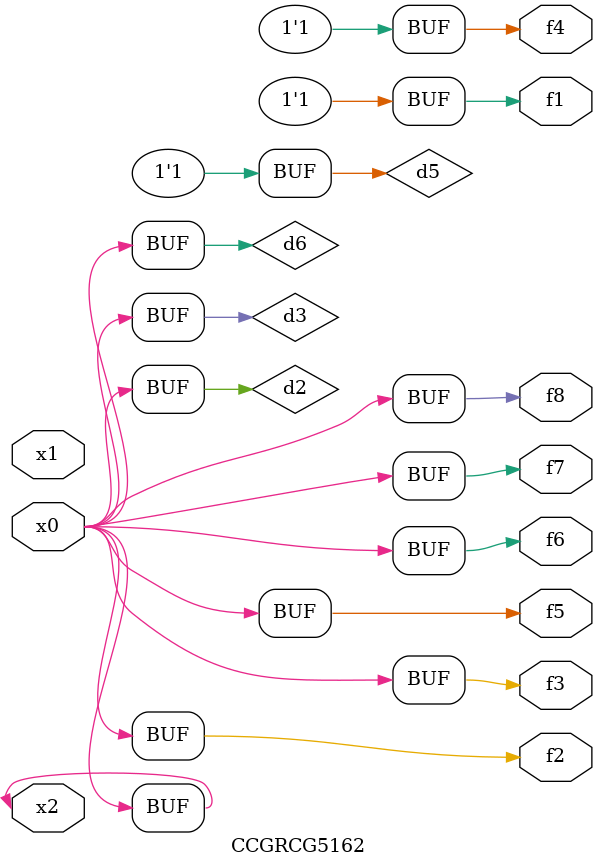
<source format=v>
module CCGRCG5162(
	input x0, x1, x2,
	output f1, f2, f3, f4, f5, f6, f7, f8
);

	wire d1, d2, d3, d4, d5, d6;

	xnor (d1, x2);
	buf (d2, x0, x2);
	and (d3, x0);
	xnor (d4, x1, x2);
	nand (d5, d1, d3);
	buf (d6, d2, d3);
	assign f1 = d5;
	assign f2 = d6;
	assign f3 = d6;
	assign f4 = d5;
	assign f5 = d6;
	assign f6 = d6;
	assign f7 = d6;
	assign f8 = d6;
endmodule

</source>
